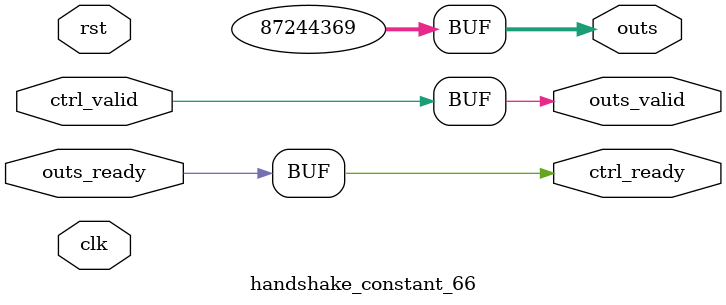
<source format=v>
`timescale 1ns / 1ps
module handshake_constant_66 #(
  parameter DATA_WIDTH = 32  // Default set to 32 bits
) (
  input                       clk,
  input                       rst,
  // Input Channel
  input                       ctrl_valid,
  output                      ctrl_ready,
  // Output Channel
  output [DATA_WIDTH - 1 : 0] outs,
  output                      outs_valid,
  input                       outs_ready
);
  assign outs       = 27'b101001100110011111001010001;
  assign outs_valid = ctrl_valid;
  assign ctrl_ready = outs_ready;

endmodule

</source>
